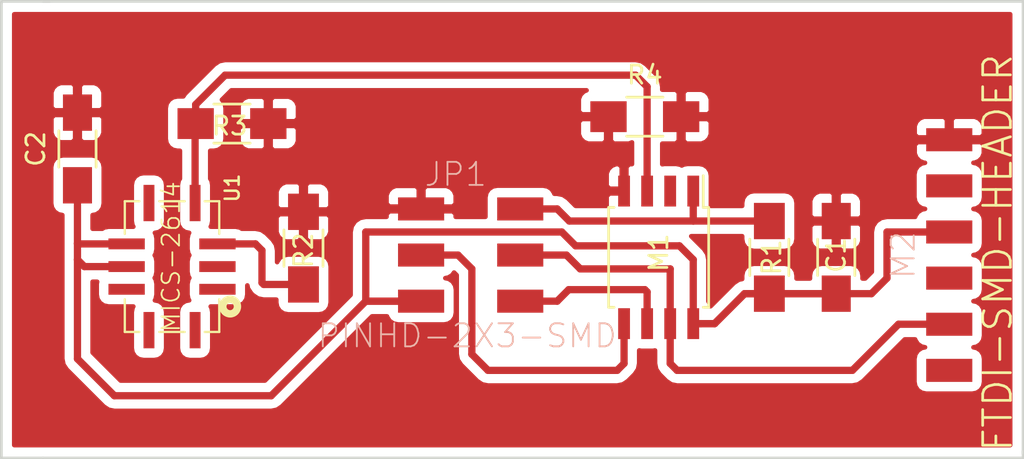
<source format=kicad_pcb>
(kicad_pcb (version 4) (host pcbnew 4.0.4-stable)

  (general
    (links 24)
    (no_connects 0)
    (area 140.640999 108.636999 197.052001 133.933001)
    (thickness 1.6)
    (drawings 8)
    (tracks 71)
    (zones 0)
    (modules 10)
    (nets 19)
  )

  (page A4)
  (layers
    (0 F.Cu signal)
    (31 B.Cu signal)
    (32 B.Adhes user)
    (33 F.Adhes user)
    (34 B.Paste user)
    (35 F.Paste user)
    (36 B.SilkS user)
    (37 F.SilkS user)
    (38 B.Mask user)
    (39 F.Mask user)
    (40 Dwgs.User user)
    (41 Cmts.User user)
    (42 Eco1.User user)
    (43 Eco2.User user)
    (44 Edge.Cuts user)
    (45 Margin user)
    (46 B.CrtYd user)
    (47 F.CrtYd user)
    (48 B.Fab user)
    (49 F.Fab user)
  )

  (setup
    (last_trace_width 0.25)
    (user_trace_width 0.3)
    (user_trace_width 0.35)
    (user_trace_width 0.4)
    (trace_clearance 0.2)
    (zone_clearance 0.508)
    (zone_45_only no)
    (trace_min 0.2)
    (segment_width 0.2)
    (edge_width 0.15)
    (via_size 0.6)
    (via_drill 0.4)
    (via_min_size 0.4)
    (via_min_drill 0.3)
    (uvia_size 0.3)
    (uvia_drill 0.1)
    (uvias_allowed no)
    (uvia_min_size 0.2)
    (uvia_min_drill 0.1)
    (pcb_text_width 0.3)
    (pcb_text_size 1.5 1.5)
    (mod_edge_width 0.15)
    (mod_text_size 1 1)
    (mod_text_width 0.15)
    (pad_size 1.524 1.524)
    (pad_drill 0.762)
    (pad_to_mask_clearance 0.2)
    (aux_axis_origin 0 0)
    (visible_elements FFFFFF7F)
    (pcbplotparams
      (layerselection 0x00030_80000001)
      (usegerberextensions false)
      (excludeedgelayer true)
      (linewidth 0.100000)
      (plotframeref false)
      (viasonmask false)
      (mode 1)
      (useauxorigin false)
      (hpglpennumber 1)
      (hpglpenspeed 20)
      (hpglpendiameter 15)
      (hpglpenoverlay 2)
      (psnegative false)
      (psa4output false)
      (plotreference true)
      (plotvalue true)
      (plotinvisibletext false)
      (padsonsilk false)
      (subtractmaskfromsilk false)
      (outputformat 1)
      (mirror false)
      (drillshape 1)
      (scaleselection 1)
      (outputdirectory ""))
  )

  (net 0 "")
  (net 1 GND)
  (net 2 /RST)
  (net 3 /MOSI)
  (net 4 /RX)
  (net 5 /VCC)
  (net 6 /MISO)
  (net 7 "Net-(M1-Pad2)")
  (net 8 /CTS)
  (net 9 /TX)
  (net 10 /RTS)
  (net 11 /SENSE)
  (net 12 "Net-(R2-Pad1)")
  (net 13 "Net-(U1-PadA)")
  (net 14 "Net-(U1-PadB)")
  (net 15 "Net-(U1-PadE)")
  (net 16 "Net-(U1-PadH)")
  (net 17 "Net-(U1-PadJ)")
  (net 18 "Net-(U1-PadK)")

  (net_class Default "This is the default net class."
    (clearance 0.2)
    (trace_width 0.25)
    (via_dia 0.6)
    (via_drill 0.4)
    (uvia_dia 0.3)
    (uvia_drill 0.1)
    (add_net /CTS)
    (add_net /MISO)
    (add_net /MOSI)
    (add_net /RST)
    (add_net /RTS)
    (add_net /RX)
    (add_net /SENSE)
    (add_net /TX)
    (add_net /VCC)
    (add_net GND)
    (add_net "Net-(M1-Pad2)")
    (add_net "Net-(R2-Pad1)")
    (add_net "Net-(U1-PadA)")
    (add_net "Net-(U1-PadB)")
    (add_net "Net-(U1-PadE)")
    (add_net "Net-(U1-PadH)")
    (add_net "Net-(U1-PadJ)")
    (add_net "Net-(U1-PadK)")
  )

  (module fab:fab-2X03SMD (layer F.Cu) (tedit 200000) (tstamp 58164FF0)
    (at 166.37 122.682)
    (path /58164B9A)
    (attr smd)
    (fp_text reference JP1 (at -0.635 -4.445) (layer B.SilkS)
      (effects (font (size 1.27 1.27) (thickness 0.1016)))
    )
    (fp_text value PINHD-2X3-SMD (at 0 4.445) (layer B.SilkS)
      (effects (font (size 1.27 1.27) (thickness 0.1016)))
    )
    (pad 1 smd rect (at -2.54 -2.54) (size 2.54 1.27) (layers F.Cu F.Paste F.Mask)
      (net 1 GND))
    (pad 2 smd rect (at 2.91846 -2.54) (size 2.54 1.27) (layers F.Cu F.Paste F.Mask)
      (net 2 /RST))
    (pad 3 smd rect (at -2.54 0) (size 2.54 1.27) (layers F.Cu F.Paste F.Mask)
      (net 3 /MOSI))
    (pad 4 smd rect (at 2.91846 0) (size 2.54 1.27) (layers F.Cu F.Paste F.Mask)
      (net 4 /RX))
    (pad 5 smd rect (at -2.54 2.54) (size 2.54 1.27) (layers F.Cu F.Paste F.Mask)
      (net 5 /VCC))
    (pad 6 smd rect (at 2.91846 2.54) (size 2.54 1.27) (layers F.Cu F.Paste F.Mask)
      (net 6 /MISO))
  )

  (module fab:fab-1X06SMD (layer F.Cu) (tedit 58170E85) (tstamp 58165006)
    (at 192.913 122.682)
    (path /58164B81)
    (attr smd)
    (fp_text reference M2 (at -2.54 0 90) (layer B.SilkS)
      (effects (font (size 1.27 1.27) (thickness 0.1016)))
    )
    (fp_text value FTDI-SMD-HEADER (at 2.667 -0.127 90) (layer F.SilkS)
      (effects (font (thickness 0.15)))
    )
    (pad 1 smd rect (at 0 -6.35) (size 2.54 1.27) (layers F.Cu F.Paste F.Mask)
      (net 1 GND))
    (pad 2 smd rect (at 0 -3.81) (size 2.54 1.27) (layers F.Cu F.Paste F.Mask)
      (net 8 /CTS))
    (pad 3 smd rect (at 0 -1.27) (size 2.54 1.27) (layers F.Cu F.Paste F.Mask)
      (net 5 /VCC))
    (pad 4 smd rect (at 0 1.27) (size 2.54 1.27) (layers F.Cu F.Paste F.Mask)
      (net 9 /TX))
    (pad 5 smd rect (at 0 3.81) (size 2.54 1.27) (layers F.Cu F.Paste F.Mask)
      (net 4 /RX))
    (pad 6 smd rect (at 0 6.35) (size 2.54 1.27) (layers F.Cu F.Paste F.Mask)
      (net 10 /RTS))
  )

  (module Housings_SOIC:SOIJ-8_5.3x5.3mm_Pitch1.27mm (layer F.Cu) (tedit 58170ECD) (tstamp 58165588)
    (at 176.911 122.809 270)
    (descr "8-Lead Plastic Small Outline (SM) - Medium, 5.28 mm Body [SOIC] (see Microchip Packaging Specification 00000049BS.pdf)")
    (tags "SOIC 1.27")
    (path /58164B27)
    (attr smd)
    (fp_text reference M1 (at -0.254 0 270) (layer F.SilkS)
      (effects (font (size 1 1) (thickness 0.15)))
    )
    (fp_text value ATTINY45SI (at 0 3.68 270) (layer F.Fab)
      (effects (font (size 1 1) (thickness 0.15)))
    )
    (fp_line (start -4.75 -2.95) (end -4.75 2.95) (layer F.CrtYd) (width 0.05))
    (fp_line (start 4.75 -2.95) (end 4.75 2.95) (layer F.CrtYd) (width 0.05))
    (fp_line (start -4.75 -2.95) (end 4.75 -2.95) (layer F.CrtYd) (width 0.05))
    (fp_line (start -4.75 2.95) (end 4.75 2.95) (layer F.CrtYd) (width 0.05))
    (fp_line (start -2.75 -2.755) (end -2.75 -2.455) (layer F.SilkS) (width 0.15))
    (fp_line (start 2.75 -2.755) (end 2.75 -2.455) (layer F.SilkS) (width 0.15))
    (fp_line (start 2.75 2.755) (end 2.75 2.455) (layer F.SilkS) (width 0.15))
    (fp_line (start -2.75 2.755) (end -2.75 2.455) (layer F.SilkS) (width 0.15))
    (fp_line (start -2.75 -2.755) (end 2.75 -2.755) (layer F.SilkS) (width 0.15))
    (fp_line (start -2.75 2.755) (end 2.75 2.755) (layer F.SilkS) (width 0.15))
    (fp_line (start -2.75 -2.455) (end -4.5 -2.455) (layer F.SilkS) (width 0.15))
    (pad 1 smd rect (at -3.65 -1.905 270) (size 1.7 0.65) (layers F.Cu F.Paste F.Mask)
      (net 2 /RST))
    (pad 2 smd rect (at -3.65 -0.635 270) (size 1.7 0.65) (layers F.Cu F.Paste F.Mask)
      (net 7 "Net-(M1-Pad2)"))
    (pad 3 smd rect (at -3.65 0.635 270) (size 1.7 0.65) (layers F.Cu F.Paste F.Mask)
      (net 11 /SENSE))
    (pad 4 smd rect (at -3.65 1.905 270) (size 1.7 0.65) (layers F.Cu F.Paste F.Mask)
      (net 1 GND))
    (pad 5 smd rect (at 3.65 1.905 270) (size 1.7 0.65) (layers F.Cu F.Paste F.Mask)
      (net 3 /MOSI))
    (pad 6 smd rect (at 3.65 0.635 270) (size 1.7 0.65) (layers F.Cu F.Paste F.Mask)
      (net 6 /MISO))
    (pad 7 smd rect (at 3.65 -0.635 270) (size 1.7 0.65) (layers F.Cu F.Paste F.Mask)
      (net 4 /RX))
    (pad 8 smd rect (at 3.65 -1.905 270) (size 1.7 0.65) (layers F.Cu F.Paste F.Mask)
      (net 5 /VCC))
    (model Housings_SOIC.3dshapes/SOIJ-8_5.3x5.3mm_Pitch1.27mm.wrl
      (at (xyz 0 0 0))
      (scale (xyz 1 1 1))
      (rotate (xyz 0 0 0))
    )
  )

  (module Capacitors_SMD:C_1206_HandSoldering (layer F.Cu) (tedit 58170EB1) (tstamp 58165723)
    (at 186.69 122.809 90)
    (descr "Capacitor SMD 1206, hand soldering")
    (tags "capacitor 1206")
    (path /58164C54)
    (attr smd)
    (fp_text reference C1 (at 0.127 0 90) (layer F.SilkS)
      (effects (font (size 1 1) (thickness 0.15)))
    )
    (fp_text value 1u (at 0 2.3 90) (layer F.Fab)
      (effects (font (size 1 1) (thickness 0.15)))
    )
    (fp_line (start -3.3 -1.15) (end 3.3 -1.15) (layer F.CrtYd) (width 0.05))
    (fp_line (start -3.3 1.15) (end 3.3 1.15) (layer F.CrtYd) (width 0.05))
    (fp_line (start -3.3 -1.15) (end -3.3 1.15) (layer F.CrtYd) (width 0.05))
    (fp_line (start 3.3 -1.15) (end 3.3 1.15) (layer F.CrtYd) (width 0.05))
    (fp_line (start 1 -1.025) (end -1 -1.025) (layer F.SilkS) (width 0.15))
    (fp_line (start -1 1.025) (end 1 1.025) (layer F.SilkS) (width 0.15))
    (pad 1 smd rect (at -2 0 90) (size 2 1.6) (layers F.Cu F.Paste F.Mask)
      (net 5 /VCC))
    (pad 2 smd rect (at 2 0 90) (size 2 1.6) (layers F.Cu F.Paste F.Mask)
      (net 1 GND))
    (model Capacitors_SMD.3dshapes/C_1206_HandSoldering.wrl
      (at (xyz 0 0 0))
      (scale (xyz 1 1 1))
      (rotate (xyz 0 0 0))
    )
  )

  (module Resistors_SMD:R_1206_HandSoldering (layer F.Cu) (tedit 58170EAF) (tstamp 58165728)
    (at 183.007 122.809 270)
    (descr "Resistor SMD 1206, hand soldering")
    (tags "resistor 1206")
    (path /58164BF9)
    (attr smd)
    (fp_text reference R1 (at 0 -0.127 270) (layer F.SilkS)
      (effects (font (size 1 1) (thickness 0.15)))
    )
    (fp_text value 10k (at 0 2.3 270) (layer F.Fab)
      (effects (font (size 1 1) (thickness 0.15)))
    )
    (fp_line (start -3.3 -1.2) (end 3.3 -1.2) (layer F.CrtYd) (width 0.05))
    (fp_line (start -3.3 1.2) (end 3.3 1.2) (layer F.CrtYd) (width 0.05))
    (fp_line (start -3.3 -1.2) (end -3.3 1.2) (layer F.CrtYd) (width 0.05))
    (fp_line (start 3.3 -1.2) (end 3.3 1.2) (layer F.CrtYd) (width 0.05))
    (fp_line (start 1 1.075) (end -1 1.075) (layer F.SilkS) (width 0.15))
    (fp_line (start -1 -1.075) (end 1 -1.075) (layer F.SilkS) (width 0.15))
    (pad 1 smd rect (at -2 0 270) (size 2 1.7) (layers F.Cu F.Paste F.Mask)
      (net 2 /RST))
    (pad 2 smd rect (at 2 0 270) (size 2 1.7) (layers F.Cu F.Paste F.Mask)
      (net 5 /VCC))
    (model Resistors_SMD.3dshapes/R_1206_HandSoldering.wrl
      (at (xyz 0 0 0))
      (scale (xyz 1 1 1))
      (rotate (xyz 0 0 0))
    )
  )

  (module Resistors_SMD:R_1206_HandSoldering (layer F.Cu) (tedit 58170EB7) (tstamp 581707B9)
    (at 157.353 122.301 90)
    (descr "Resistor SMD 1206, hand soldering")
    (tags "resistor 1206")
    (path /581708C7)
    (attr smd)
    (fp_text reference R2 (at -0.127 0 90) (layer F.SilkS)
      (effects (font (size 1 1) (thickness 0.15)))
    )
    (fp_text value 82 (at 0 2.3 90) (layer F.Fab)
      (effects (font (size 1 1) (thickness 0.15)))
    )
    (fp_line (start -3.3 -1.2) (end 3.3 -1.2) (layer F.CrtYd) (width 0.05))
    (fp_line (start -3.3 1.2) (end 3.3 1.2) (layer F.CrtYd) (width 0.05))
    (fp_line (start -3.3 -1.2) (end -3.3 1.2) (layer F.CrtYd) (width 0.05))
    (fp_line (start 3.3 -1.2) (end 3.3 1.2) (layer F.CrtYd) (width 0.05))
    (fp_line (start 1 1.075) (end -1 1.075) (layer F.SilkS) (width 0.15))
    (fp_line (start -1 -1.075) (end 1 -1.075) (layer F.SilkS) (width 0.15))
    (pad 1 smd rect (at -2 0 90) (size 2 1.7) (layers F.Cu F.Paste F.Mask)
      (net 12 "Net-(R2-Pad1)"))
    (pad 2 smd rect (at 2 0 90) (size 2 1.7) (layers F.Cu F.Paste F.Mask)
      (net 1 GND))
    (model Resistors_SMD.3dshapes/R_1206_HandSoldering.wrl
      (at (xyz 0 0 0))
      (scale (xyz 1 1 1))
      (rotate (xyz 0 0 0))
    )
  )

  (module Resistors_SMD:R_1206_HandSoldering (layer F.Cu) (tedit 58170EB9) (tstamp 581707BF)
    (at 153.416 115.443 180)
    (descr "Resistor SMD 1206, hand soldering")
    (tags "resistor 1206")
    (path /581709E1)
    (attr smd)
    (fp_text reference R3 (at 0.127 -0.127 180) (layer F.SilkS)
      (effects (font (size 1 1) (thickness 0.15)))
    )
    (fp_text value 1k (at 0 2.3 180) (layer F.Fab)
      (effects (font (size 1 1) (thickness 0.15)))
    )
    (fp_line (start -3.3 -1.2) (end 3.3 -1.2) (layer F.CrtYd) (width 0.05))
    (fp_line (start -3.3 1.2) (end 3.3 1.2) (layer F.CrtYd) (width 0.05))
    (fp_line (start -3.3 -1.2) (end -3.3 1.2) (layer F.CrtYd) (width 0.05))
    (fp_line (start 3.3 -1.2) (end 3.3 1.2) (layer F.CrtYd) (width 0.05))
    (fp_line (start 1 1.075) (end -1 1.075) (layer F.SilkS) (width 0.15))
    (fp_line (start -1 -1.075) (end 1 -1.075) (layer F.SilkS) (width 0.15))
    (pad 1 smd rect (at -2 0 180) (size 2 1.7) (layers F.Cu F.Paste F.Mask)
      (net 1 GND))
    (pad 2 smd rect (at 2 0 180) (size 2 1.7) (layers F.Cu F.Paste F.Mask)
      (net 11 /SENSE))
    (model Resistors_SMD.3dshapes/R_1206_HandSoldering.wrl
      (at (xyz 0 0 0))
      (scale (xyz 1 1 1))
      (rotate (xyz 0 0 0))
    )
  )

  (module Sensors_SMD:MICS-2614 (layer F.Cu) (tedit 58170EA2) (tstamp 581707CD)
    (at 150.114 123.317 270)
    (path /581705EF)
    (fp_text reference U1 (at -3.462 -3.77 270) (layer F.SilkS)
      (effects (font (size 0.77216 0.77216) (thickness 0.138988)) (justify left bottom))
    )
    (fp_text value MICS-2614 (at 3.683 -0.508 270) (layer F.SilkS)
      (effects (font (size 0.9652 0.9652) (thickness 0.09652)) (justify left bottom))
    )
    (fp_line (start -3.5 -2.5) (end 3.5 -2.5) (layer Dwgs.User) (width 0.127))
    (fp_line (start 3.5 -2.5) (end 3.5 2.5) (layer Dwgs.User) (width 0.127))
    (fp_line (start 3.5 2.5) (end -3.5 2.5) (layer Dwgs.User) (width 0.127))
    (fp_line (start -3.5 2.5) (end -3.5 -2.5) (layer Dwgs.User) (width 0.127))
    (fp_circle (center 2.2 -3.2) (end 2.4 -3.2) (layer F.SilkS) (width 0.4064))
    (fp_line (start -3.6 -1.8) (end -3.6 -2.6) (layer F.SilkS) (width 0.127))
    (fp_line (start -3.6 -2.6) (end -1.8 -2.6) (layer F.SilkS) (width 0.127))
    (fp_line (start 1.8 -2.6) (end 3.6 -2.6) (layer F.SilkS) (width 0.127))
    (fp_line (start 3.6 -2.6) (end 3.6 -1.8) (layer F.SilkS) (width 0.127))
    (fp_line (start 1.8 2.6) (end 3.6 2.6) (layer F.SilkS) (width 0.127))
    (fp_line (start 3.6 2.6) (end 3.6 1.8) (layer F.SilkS) (width 0.127))
    (fp_line (start -1.8 2.6) (end -3.6 2.6) (layer F.SilkS) (width 0.127))
    (fp_line (start -3.6 2.6) (end -3.6 1.8) (layer F.SilkS) (width 0.127))
    (fp_line (start -3.6 -0.7) (end -3.6 0.7) (layer F.SilkS) (width 0.127))
    (fp_line (start 3.6 -0.7) (end 3.6 0.7) (layer F.SilkS) (width 0.127))
    (pad A smd rect (at 1.25 -2.5 270) (size 0.6 2) (layers F.Cu F.Paste F.Mask)
      (net 13 "Net-(U1-PadA)"))
    (pad B smd rect (at 0 -2.5 270) (size 0.6 2) (layers F.Cu F.Paste F.Mask)
      (net 14 "Net-(U1-PadB)"))
    (pad C smd rect (at -1.25 -2.5 270) (size 0.6 2) (layers F.Cu F.Paste F.Mask)
      (net 12 "Net-(R2-Pad1)"))
    (pad D smd rect (at -3.5 -1.27) (size 0.6 2) (layers F.Cu F.Paste F.Mask)
      (net 11 /SENSE))
    (pad E smd rect (at -3.5 1.27) (size 0.6 2) (layers F.Cu F.Paste F.Mask)
      (net 15 "Net-(U1-PadE)"))
    (pad F smd rect (at -1.25 2.5 270) (size 0.6 2) (layers F.Cu F.Paste F.Mask)
      (net 5 /VCC))
    (pad G smd rect (at 0 2.5 270) (size 0.6 2) (layers F.Cu F.Paste F.Mask)
      (net 5 /VCC))
    (pad H smd rect (at 1.25 2.5 270) (size 0.6 2) (layers F.Cu F.Paste F.Mask)
      (net 16 "Net-(U1-PadH)"))
    (pad J smd rect (at 3.5 1.27) (size 0.6 2) (layers F.Cu F.Paste F.Mask)
      (net 17 "Net-(U1-PadJ)"))
    (pad K smd rect (at 3.5 -1.27) (size 0.6 2) (layers F.Cu F.Paste F.Mask)
      (net 18 "Net-(U1-PadK)"))
  )

  (module Capacitors_SMD:C_1206_HandSoldering (layer F.Cu) (tedit 541A9C03) (tstamp 581710B7)
    (at 144.907 116.84 90)
    (descr "Capacitor SMD 1206, hand soldering")
    (tags "capacitor 1206")
    (path /581713B5)
    (attr smd)
    (fp_text reference C2 (at 0 -2.3 90) (layer F.SilkS)
      (effects (font (size 1 1) (thickness 0.15)))
    )
    (fp_text value 1u (at 0 2.3 90) (layer F.Fab)
      (effects (font (size 1 1) (thickness 0.15)))
    )
    (fp_line (start -3.3 -1.15) (end 3.3 -1.15) (layer F.CrtYd) (width 0.05))
    (fp_line (start -3.3 1.15) (end 3.3 1.15) (layer F.CrtYd) (width 0.05))
    (fp_line (start -3.3 -1.15) (end -3.3 1.15) (layer F.CrtYd) (width 0.05))
    (fp_line (start 3.3 -1.15) (end 3.3 1.15) (layer F.CrtYd) (width 0.05))
    (fp_line (start 1 -1.025) (end -1 -1.025) (layer F.SilkS) (width 0.15))
    (fp_line (start -1 1.025) (end 1 1.025) (layer F.SilkS) (width 0.15))
    (pad 1 smd rect (at -2 0 90) (size 2 1.6) (layers F.Cu F.Paste F.Mask)
      (net 5 /VCC))
    (pad 2 smd rect (at 2 0 90) (size 2 1.6) (layers F.Cu F.Paste F.Mask)
      (net 1 GND))
    (model Capacitors_SMD.3dshapes/C_1206_HandSoldering.wrl
      (at (xyz 0 0 0))
      (scale (xyz 1 1 1))
      (rotate (xyz 0 0 0))
    )
  )

  (module Resistors_SMD:R_1206_HandSoldering (layer F.Cu) (tedit 5418A20D) (tstamp 5817137C)
    (at 176.149 115.062)
    (descr "Resistor SMD 1206, hand soldering")
    (tags "resistor 1206")
    (path /581717B3)
    (attr smd)
    (fp_text reference R4 (at 0 -2.3) (layer F.SilkS)
      (effects (font (size 1 1) (thickness 0.15)))
    )
    (fp_text value 0 (at 0 2.3) (layer F.Fab)
      (effects (font (size 1 1) (thickness 0.15)))
    )
    (fp_line (start -3.3 -1.2) (end 3.3 -1.2) (layer F.CrtYd) (width 0.05))
    (fp_line (start -3.3 1.2) (end 3.3 1.2) (layer F.CrtYd) (width 0.05))
    (fp_line (start -3.3 -1.2) (end -3.3 1.2) (layer F.CrtYd) (width 0.05))
    (fp_line (start 3.3 -1.2) (end 3.3 1.2) (layer F.CrtYd) (width 0.05))
    (fp_line (start 1 1.075) (end -1 1.075) (layer F.SilkS) (width 0.15))
    (fp_line (start -1 -1.075) (end 1 -1.075) (layer F.SilkS) (width 0.15))
    (pad 1 smd rect (at -2 0) (size 2 1.7) (layers F.Cu F.Paste F.Mask)
      (net 1 GND))
    (pad 2 smd rect (at 2 0) (size 2 1.7) (layers F.Cu F.Paste F.Mask)
      (net 1 GND))
    (model Resistors_SMD.3dshapes/R_1206_HandSoldering.wrl
      (at (xyz 0 0 0))
      (scale (xyz 1 1 1))
      (rotate (xyz 0 0 0))
    )
  )

  (gr_line (start 140.716 108.712) (end 143.383 108.712) (angle 90) (layer Edge.Cuts) (width 0.15))
  (gr_line (start 140.716 108.839) (end 140.716 108.712) (angle 90) (layer Edge.Cuts) (width 0.15))
  (gr_line (start 140.716 133.858) (end 140.716 108.839) (angle 90) (layer Edge.Cuts) (width 0.15))
  (gr_line (start 143.002 133.858) (end 140.716 133.858) (angle 90) (layer Edge.Cuts) (width 0.15))
  (gr_line (start 196.977 108.712) (end 196.977 133.604) (angle 90) (layer Edge.Cuts) (width 0.15))
  (gr_line (start 196.977 133.858) (end 196.977 133.477) (angle 90) (layer Edge.Cuts) (width 0.15))
  (gr_line (start 143.002 108.712) (end 196.977 108.712) (angle 90) (layer Edge.Cuts) (width 0.15))
  (gr_line (start 143.002 133.858) (end 196.977 133.858) (angle 90) (layer Edge.Cuts) (width 0.15))

  (segment (start 174.117 115.348) (end 174.276 115.189) (width 0.4) (layer F.Cu) (net 1) (tstamp 58170D27))
  (segment (start 163.671 120.301) (end 163.83 120.142) (width 0.4) (layer F.Cu) (net 1) (tstamp 58170CD0))
  (segment (start 178.816 119.159) (end 178.816 120.809) (width 0.4) (layer F.Cu) (net 2))
  (segment (start 169.28846 120.142) (end 171.323 120.142) (width 0.4) (layer F.Cu) (net 2))
  (segment (start 171.99 120.809) (end 178.816 120.809) (width 0.4) (layer F.Cu) (net 2) (tstamp 58165774))
  (segment (start 178.816 120.809) (end 183.007 120.809) (width 0.4) (layer F.Cu) (net 2) (tstamp 58165794))
  (segment (start 171.323 120.142) (end 171.99 120.809) (width 0.4) (layer F.Cu) (net 2) (tstamp 58165773))
  (segment (start 163.83 122.682) (end 165.862 122.682) (width 0.4) (layer F.Cu) (net 3))
  (segment (start 175.006 128.651) (end 175.006 126.459) (width 0.4) (layer F.Cu) (net 3) (tstamp 58165969))
  (segment (start 174.625 129.032) (end 175.006 128.651) (width 0.4) (layer F.Cu) (net 3) (tstamp 58165966))
  (segment (start 167.513 129.032) (end 174.625 129.032) (width 0.4) (layer F.Cu) (net 3) (tstamp 58165964))
  (segment (start 166.624 128.143) (end 167.513 129.032) (width 0.4) (layer F.Cu) (net 3) (tstamp 58165961))
  (segment (start 166.624 123.444) (end 166.624 128.143) (width 0.4) (layer F.Cu) (net 3) (tstamp 5816595E))
  (segment (start 165.862 122.682) (end 166.624 123.444) (width 0.4) (layer F.Cu) (net 3) (tstamp 5816595B))
  (segment (start 177.546 126.459) (end 177.546 128.651) (width 0.4) (layer F.Cu) (net 4))
  (segment (start 190.119 126.492) (end 192.913 126.492) (width 0.4) (layer F.Cu) (net 4) (tstamp 581659AB))
  (segment (start 187.579 129.032) (end 190.119 126.492) (width 0.4) (layer F.Cu) (net 4) (tstamp 581659A5))
  (segment (start 177.927 129.032) (end 187.579 129.032) (width 0.4) (layer F.Cu) (net 4) (tstamp 5816599D))
  (segment (start 177.546 128.651) (end 177.927 129.032) (width 0.4) (layer F.Cu) (net 4) (tstamp 58165999))
  (segment (start 169.28846 122.682) (end 171.831 122.682) (width 0.4) (layer F.Cu) (net 4))
  (segment (start 177.546 123.444) (end 177.546 126.459) (width 0.4) (layer F.Cu) (net 4) (tstamp 581657F5))
  (segment (start 172.593 123.444) (end 177.546 123.444) (width 0.4) (layer F.Cu) (net 4) (tstamp 581657F1))
  (segment (start 171.831 122.682) (end 172.593 123.444) (width 0.4) (layer F.Cu) (net 4) (tstamp 581657EB))
  (segment (start 144.907 122.047) (end 144.907 119.221) (width 0.4) (layer F.Cu) (net 5))
  (segment (start 144.907 119.221) (end 145.288 118.84) (width 0.4) (layer F.Cu) (net 5) (tstamp 58171392))
  (segment (start 160.782 125.222) (end 155.575 130.429) (width 0.4) (layer F.Cu) (net 5) (tstamp 581709CE))
  (segment (start 155.575 130.429) (end 146.939 130.429) (width 0.4) (layer F.Cu) (net 5) (tstamp 581709D4))
  (segment (start 146.939 130.429) (end 144.907 128.397) (width 0.4) (layer F.Cu) (net 5) (tstamp 581709D7))
  (segment (start 144.907 128.397) (end 144.907 122.936) (width 0.4) (layer F.Cu) (net 5) (tstamp 581709DA))
  (segment (start 163.83 125.222) (end 160.782 125.222) (width 0.4) (layer F.Cu) (net 5))
  (segment (start 183.007 124.809) (end 181.642 124.809) (width 0.4) (layer F.Cu) (net 5))
  (segment (start 181.642 124.809) (end 179.992 126.459) (width 0.4) (layer F.Cu) (net 5) (tstamp 581659D9))
  (segment (start 179.992 126.459) (end 178.816 126.459) (width 0.4) (layer F.Cu) (net 5) (tstamp 581659DB))
  (segment (start 178.816 126.459) (end 179.23 126.459) (width 0.4) (layer F.Cu) (net 5))
  (segment (start 183.007 124.809) (end 186.69 124.809) (width 0.4) (layer F.Cu) (net 5))
  (segment (start 179.23 126.459) (end 179.992 126.459) (width 0.4) (layer F.Cu) (net 5) (tstamp 581659CA))
  (segment (start 189.484 121.412) (end 192.913 121.412) (width 0.4) (layer F.Cu) (net 5) (tstamp 5816592B))
  (segment (start 181.642 124.809) (end 188.627 124.809) (width 0.4) (layer F.Cu) (net 5) (tstamp 58165921))
  (segment (start 188.627 124.809) (end 189.484 123.952) (width 0.4) (layer F.Cu) (net 5) (tstamp 58165925))
  (segment (start 189.484 123.952) (end 189.484 121.412) (width 0.4) (layer F.Cu) (net 5) (tstamp 58165929))
  (segment (start 179.992 126.459) (end 181.642 124.809) (width 0.4) (layer F.Cu) (net 5) (tstamp 5816591D))
  (segment (start 178.816 126.459) (end 178.816 122.936) (width 0.4) (layer F.Cu) (net 5))
  (segment (start 160.782 125.222) (end 160.782 121.412) (width 0.4) (layer F.Cu) (net 5) (tstamp 5816586D))
  (segment (start 171.577 121.412) (end 160.782 121.412) (width 0.4) (layer F.Cu) (net 5) (tstamp 58165908))
  (segment (start 172.339 122.174) (end 171.577 121.412) (width 0.4) (layer F.Cu) (net 5) (tstamp 581658FD))
  (segment (start 178.054 122.174) (end 172.339 122.174) (width 0.4) (layer F.Cu) (net 5) (tstamp 581658F6))
  (segment (start 178.816 122.936) (end 178.054 122.174) (width 0.4) (layer F.Cu) (net 5) (tstamp 581658F2))
  (segment (start 160.782 125.222) (end 163.83 125.222) (width 0.4) (layer F.Cu) (net 5))
  (segment (start 147.614 123.317) (end 145.288 123.317) (width 0.4) (layer F.Cu) (net 5))
  (segment (start 144.907 122.047) (end 144.927 122.067) (width 0.4) (layer F.Cu) (net 5) (tstamp 581709DE))
  (segment (start 145.288 123.317) (end 144.907 122.936) (width 0.4) (layer F.Cu) (net 5) (tstamp 581709E9))
  (segment (start 144.907 122.936) (end 144.907 122.047) (width 0.4) (layer F.Cu) (net 5) (tstamp 581709EC))
  (segment (start 144.927 122.067) (end 147.614 122.067) (width 0.4) (layer F.Cu) (net 5) (tstamp 581709DF))
  (segment (start 169.28846 125.222) (end 171.323 125.222) (width 0.4) (layer F.Cu) (net 6))
  (segment (start 176.276 124.714) (end 176.276 126.459) (width 0.4) (layer F.Cu) (net 6) (tstamp 581657DC))
  (segment (start 176.149 124.587) (end 176.276 124.714) (width 0.4) (layer F.Cu) (net 6) (tstamp 581657D8))
  (segment (start 171.958 124.587) (end 176.149 124.587) (width 0.4) (layer F.Cu) (net 6) (tstamp 581657C4))
  (segment (start 171.323 125.222) (end 171.958 124.587) (width 0.4) (layer F.Cu) (net 6) (tstamp 581657C2))
  (segment (start 151.384 119.817) (end 151.384 115.475) (width 0.4) (layer F.Cu) (net 11))
  (segment (start 151.416 115.443) (end 151.416 114.395) (width 0.4) (layer F.Cu) (net 11))
  (segment (start 151.416 114.395) (end 153.035 112.776) (width 0.4) (layer F.Cu) (net 11) (tstamp 58170D05))
  (segment (start 153.035 112.776) (end 175.641 112.776) (width 0.4) (layer F.Cu) (net 11) (tstamp 58170D06))
  (segment (start 175.641 112.776) (end 176.276 113.411) (width 0.4) (layer F.Cu) (net 11) (tstamp 58170D0A))
  (segment (start 176.276 113.411) (end 176.276 119.159) (width 0.4) (layer F.Cu) (net 11) (tstamp 58170D0B))
  (segment (start 151.384 115.475) (end 151.416 115.443) (width 0.4) (layer F.Cu) (net 11) (tstamp 58170CD2))
  (segment (start 151.384 115.475) (end 151.416 115.443) (width 0.4) (layer F.Cu) (net 11) (tstamp 581709B0))
  (segment (start 155.162 124.301) (end 157.353 124.301) (width 0.4) (layer F.Cu) (net 12) (tstamp 58170CCE))
  (segment (start 155.067 122.428) (end 155.067 124.206) (width 0.4) (layer F.Cu) (net 12) (tstamp 58170CCC))
  (segment (start 155.067 124.206) (end 155.162 124.301) (width 0.4) (layer F.Cu) (net 12) (tstamp 58170CCD))
  (segment (start 154.706 122.067) (end 155.067 122.428) (width 0.4) (layer F.Cu) (net 12) (tstamp 58170CCB))
  (segment (start 152.614 122.067) (end 154.706 122.067) (width 0.4) (layer F.Cu) (net 12))

  (zone (net 1) (net_name GND) (layer F.Cu) (tstamp 58171B51) (hatch edge 0.508)
    (connect_pads (clearance 0.508))
    (min_thickness 0.254)
    (fill yes (arc_segments 16) (thermal_gap 0.508) (thermal_bridge_width 0.508))
    (polygon
      (pts
        (xy 140.716 133.731) (xy 140.716 108.712) (xy 196.977 108.712) (xy 196.977 133.858) (xy 140.716 133.858)
      )
    )
    (filled_polygon
      (pts
        (xy 196.267 133.148) (xy 141.426 133.148) (xy 141.426 117.84) (xy 143.45956 117.84) (xy 143.45956 119.84)
        (xy 143.503838 120.075317) (xy 143.64291 120.291441) (xy 143.85511 120.436431) (xy 144.072 120.480352) (xy 144.072 128.397)
        (xy 144.135561 128.716541) (xy 144.146849 128.733434) (xy 144.316566 128.987434) (xy 146.348566 131.019434) (xy 146.619459 131.200439)
        (xy 146.939 131.264) (xy 155.575 131.264) (xy 155.894541 131.200439) (xy 156.165434 131.019434) (xy 161.127868 126.057)
        (xy 161.950193 126.057) (xy 161.956838 126.092317) (xy 162.09591 126.308441) (xy 162.30811 126.453431) (xy 162.56 126.50444)
        (xy 165.1 126.50444) (xy 165.335317 126.460162) (xy 165.551441 126.32109) (xy 165.696431 126.10889) (xy 165.74744 125.857)
        (xy 165.74744 124.587) (xy 165.703162 124.351683) (xy 165.56409 124.135559) (xy 165.35189 123.990569) (xy 165.163686 123.952457)
        (xy 165.335317 123.920162) (xy 165.551441 123.78109) (xy 165.644307 123.645175) (xy 165.789 123.789868) (xy 165.789 128.143)
        (xy 165.852561 128.462541) (xy 166.019551 128.712459) (xy 166.033566 128.733434) (xy 166.922566 129.622434) (xy 167.193459 129.803439)
        (xy 167.513 129.867) (xy 174.625 129.867) (xy 174.944541 129.803439) (xy 175.215434 129.622434) (xy 175.596434 129.241434)
        (xy 175.766151 128.987434) (xy 175.777439 128.970541) (xy 175.841 128.651) (xy 175.841 127.934164) (xy 175.951 127.95644)
        (xy 176.601 127.95644) (xy 176.711 127.935742) (xy 176.711 128.651) (xy 176.774561 128.970541) (xy 176.785849 128.987434)
        (xy 176.955566 129.241434) (xy 177.336566 129.622434) (xy 177.607459 129.803439) (xy 177.927 129.867) (xy 187.579 129.867)
        (xy 187.898541 129.803439) (xy 188.169434 129.622434) (xy 190.464868 127.327) (xy 191.033193 127.327) (xy 191.039838 127.362317)
        (xy 191.17891 127.578441) (xy 191.39111 127.723431) (xy 191.579314 127.761543) (xy 191.407683 127.793838) (xy 191.191559 127.93291)
        (xy 191.046569 128.14511) (xy 190.99556 128.397) (xy 190.99556 129.667) (xy 191.039838 129.902317) (xy 191.17891 130.118441)
        (xy 191.39111 130.263431) (xy 191.643 130.31444) (xy 194.183 130.31444) (xy 194.418317 130.270162) (xy 194.634441 130.13109)
        (xy 194.779431 129.91889) (xy 194.83044 129.667) (xy 194.83044 128.397) (xy 194.786162 128.161683) (xy 194.64709 127.945559)
        (xy 194.43489 127.800569) (xy 194.246686 127.762457) (xy 194.418317 127.730162) (xy 194.634441 127.59109) (xy 194.779431 127.37889)
        (xy 194.83044 127.127) (xy 194.83044 125.857) (xy 194.786162 125.621683) (xy 194.64709 125.405559) (xy 194.43489 125.260569)
        (xy 194.246686 125.222457) (xy 194.418317 125.190162) (xy 194.634441 125.05109) (xy 194.779431 124.83889) (xy 194.83044 124.587)
        (xy 194.83044 123.317) (xy 194.786162 123.081683) (xy 194.64709 122.865559) (xy 194.43489 122.720569) (xy 194.246686 122.682457)
        (xy 194.418317 122.650162) (xy 194.634441 122.51109) (xy 194.779431 122.29889) (xy 194.83044 122.047) (xy 194.83044 120.777)
        (xy 194.786162 120.541683) (xy 194.64709 120.325559) (xy 194.43489 120.180569) (xy 194.246686 120.142457) (xy 194.418317 120.110162)
        (xy 194.634441 119.97109) (xy 194.779431 119.75889) (xy 194.83044 119.507) (xy 194.83044 118.237) (xy 194.786162 118.001683)
        (xy 194.64709 117.785559) (xy 194.43489 117.640569) (xy 194.244431 117.602) (xy 194.309309 117.602) (xy 194.542698 117.505327)
        (xy 194.721327 117.326699) (xy 194.818 117.09331) (xy 194.818 116.61775) (xy 194.65925 116.459) (xy 193.04 116.459)
        (xy 193.04 116.479) (xy 192.786 116.479) (xy 192.786 116.459) (xy 191.16675 116.459) (xy 191.008 116.61775)
        (xy 191.008 117.09331) (xy 191.104673 117.326699) (xy 191.283302 117.505327) (xy 191.516691 117.602) (xy 191.576887 117.602)
        (xy 191.407683 117.633838) (xy 191.191559 117.77291) (xy 191.046569 117.98511) (xy 190.99556 118.237) (xy 190.99556 119.507)
        (xy 191.039838 119.742317) (xy 191.17891 119.958441) (xy 191.39111 120.103431) (xy 191.579314 120.141543) (xy 191.407683 120.173838)
        (xy 191.191559 120.31291) (xy 191.046569 120.52511) (xy 191.036061 120.577) (xy 189.484 120.577) (xy 189.164459 120.640561)
        (xy 188.893566 120.821566) (xy 188.712561 121.092459) (xy 188.649 121.412) (xy 188.649 123.606132) (xy 188.281132 123.974)
        (xy 188.13744 123.974) (xy 188.13744 123.809) (xy 188.093162 123.573683) (xy 187.95409 123.357559) (xy 187.74189 123.212569)
        (xy 187.49 123.16156) (xy 185.89 123.16156) (xy 185.654683 123.205838) (xy 185.438559 123.34491) (xy 185.293569 123.55711)
        (xy 185.24256 123.809) (xy 185.24256 123.974) (xy 184.50444 123.974) (xy 184.50444 123.809) (xy 184.460162 123.573683)
        (xy 184.32109 123.357559) (xy 184.10889 123.212569) (xy 183.857 123.16156) (xy 182.157 123.16156) (xy 181.921683 123.205838)
        (xy 181.705559 123.34491) (xy 181.560569 123.55711) (xy 181.50956 123.809) (xy 181.50956 124.000344) (xy 181.322459 124.037561)
        (xy 181.175795 124.135559) (xy 181.051566 124.218566) (xy 179.768279 125.501853) (xy 179.744162 125.373683) (xy 179.651 125.228905)
        (xy 179.651 122.936) (xy 179.640259 122.882) (xy 179.58744 122.61646) (xy 179.406434 122.345566) (xy 178.704868 121.644)
        (xy 181.50956 121.644) (xy 181.50956 121.809) (xy 181.553838 122.044317) (xy 181.69291 122.260441) (xy 181.90511 122.405431)
        (xy 182.157 122.45644) (xy 183.857 122.45644) (xy 184.092317 122.412162) (xy 184.308441 122.27309) (xy 184.453431 122.06089)
        (xy 184.50444 121.809) (xy 184.50444 121.09475) (xy 185.255 121.09475) (xy 185.255 121.935309) (xy 185.351673 122.168698)
        (xy 185.530301 122.347327) (xy 185.76369 122.444) (xy 186.40425 122.444) (xy 186.563 122.28525) (xy 186.563 120.936)
        (xy 186.817 120.936) (xy 186.817 122.28525) (xy 186.97575 122.444) (xy 187.61631 122.444) (xy 187.849699 122.347327)
        (xy 188.028327 122.168698) (xy 188.125 121.935309) (xy 188.125 121.09475) (xy 187.96625 120.936) (xy 186.817 120.936)
        (xy 186.563 120.936) (xy 185.41375 120.936) (xy 185.255 121.09475) (xy 184.50444 121.09475) (xy 184.50444 119.809)
        (xy 184.480674 119.682691) (xy 185.255 119.682691) (xy 185.255 120.52325) (xy 185.41375 120.682) (xy 186.563 120.682)
        (xy 186.563 119.33275) (xy 186.817 119.33275) (xy 186.817 120.682) (xy 187.96625 120.682) (xy 188.125 120.52325)
        (xy 188.125 119.682691) (xy 188.028327 119.449302) (xy 187.849699 119.270673) (xy 187.61631 119.174) (xy 186.97575 119.174)
        (xy 186.817 119.33275) (xy 186.563 119.33275) (xy 186.40425 119.174) (xy 185.76369 119.174) (xy 185.530301 119.270673)
        (xy 185.351673 119.449302) (xy 185.255 119.682691) (xy 184.480674 119.682691) (xy 184.460162 119.573683) (xy 184.32109 119.357559)
        (xy 184.10889 119.212569) (xy 183.857 119.16156) (xy 182.157 119.16156) (xy 181.921683 119.205838) (xy 181.705559 119.34491)
        (xy 181.560569 119.55711) (xy 181.50956 119.809) (xy 181.50956 119.974) (xy 179.78844 119.974) (xy 179.78844 118.309)
        (xy 179.744162 118.073683) (xy 179.60509 117.857559) (xy 179.39289 117.712569) (xy 179.141 117.66156) (xy 178.491 117.66156)
        (xy 178.255683 117.705838) (xy 178.182222 117.753109) (xy 178.12289 117.712569) (xy 177.871 117.66156) (xy 177.221 117.66156)
        (xy 177.111 117.682258) (xy 177.111 116.547) (xy 177.86325 116.547) (xy 178.022 116.38825) (xy 178.022 115.189)
        (xy 178.276 115.189) (xy 178.276 116.38825) (xy 178.43475 116.547) (xy 179.275309 116.547) (xy 179.508698 116.450327)
        (xy 179.687327 116.271699) (xy 179.784 116.03831) (xy 179.784 115.57069) (xy 191.008 115.57069) (xy 191.008 116.04625)
        (xy 191.16675 116.205) (xy 192.786 116.205) (xy 192.786 115.22075) (xy 193.04 115.22075) (xy 193.04 116.205)
        (xy 194.65925 116.205) (xy 194.818 116.04625) (xy 194.818 115.57069) (xy 194.721327 115.337301) (xy 194.542698 115.158673)
        (xy 194.309309 115.062) (xy 193.19875 115.062) (xy 193.04 115.22075) (xy 192.786 115.22075) (xy 192.62725 115.062)
        (xy 191.516691 115.062) (xy 191.283302 115.158673) (xy 191.104673 115.337301) (xy 191.008 115.57069) (xy 179.784 115.57069)
        (xy 179.784 115.34775) (xy 179.62525 115.189) (xy 178.276 115.189) (xy 178.022 115.189) (xy 178.002 115.189)
        (xy 178.002 114.935) (xy 178.022 114.935) (xy 178.022 113.73575) (xy 178.276 113.73575) (xy 178.276 114.935)
        (xy 179.62525 114.935) (xy 179.784 114.77625) (xy 179.784 114.08569) (xy 179.687327 113.852301) (xy 179.508698 113.673673)
        (xy 179.275309 113.577) (xy 178.43475 113.577) (xy 178.276 113.73575) (xy 178.022 113.73575) (xy 177.86325 113.577)
        (xy 177.111 113.577) (xy 177.111 113.411) (xy 177.101601 113.36375) (xy 177.04744 113.09146) (xy 176.866434 112.820566)
        (xy 176.231434 112.185566) (xy 175.960541 112.004561) (xy 175.641 111.941) (xy 153.035 111.941) (xy 152.71546 112.00456)
        (xy 152.444566 112.185566) (xy 150.825566 113.804566) (xy 150.731357 113.94556) (xy 150.416 113.94556) (xy 150.180683 113.989838)
        (xy 149.964559 114.12891) (xy 149.819569 114.34111) (xy 149.76856 114.593) (xy 149.76856 116.293) (xy 149.812838 116.528317)
        (xy 149.95191 116.744441) (xy 150.16411 116.889431) (xy 150.416 116.94044) (xy 150.549 116.94044) (xy 150.549 118.475203)
        (xy 150.487569 118.56511) (xy 150.43656 118.817) (xy 150.43656 120.817) (xy 150.480838 121.052317) (xy 150.61991 121.268441)
        (xy 150.83211 121.413431) (xy 151.056057 121.458781) (xy 151.017569 121.51511) (xy 150.96656 121.767) (xy 150.96656 122.367)
        (xy 151.010838 122.602317) (xy 151.068051 122.691228) (xy 151.017569 122.76511) (xy 150.96656 123.017) (xy 150.96656 123.617)
        (xy 151.010838 123.852317) (xy 151.068051 123.941228) (xy 151.017569 124.01511) (xy 150.96656 124.267) (xy 150.96656 124.867)
        (xy 151.010838 125.102317) (xy 151.057336 125.174577) (xy 150.848683 125.213838) (xy 150.632559 125.35291) (xy 150.487569 125.56511)
        (xy 150.43656 125.817) (xy 150.43656 127.817) (xy 150.480838 128.052317) (xy 150.61991 128.268441) (xy 150.83211 128.413431)
        (xy 151.084 128.46444) (xy 151.684 128.46444) (xy 151.919317 128.420162) (xy 152.135441 128.28109) (xy 152.280431 128.06889)
        (xy 152.33144 127.817) (xy 152.33144 125.817) (xy 152.287162 125.581683) (xy 152.243892 125.51444) (xy 153.614 125.51444)
        (xy 153.849317 125.470162) (xy 154.065441 125.33109) (xy 154.210431 125.11889) (xy 154.26144 124.867) (xy 154.26144 124.354004)
        (xy 154.295561 124.525541) (xy 154.427792 124.723439) (xy 154.476566 124.796434) (xy 154.571566 124.891434) (xy 154.842459 125.072439)
        (xy 155.162 125.136) (xy 155.85556 125.136) (xy 155.85556 125.301) (xy 155.899838 125.536317) (xy 156.03891 125.752441)
        (xy 156.25111 125.897431) (xy 156.503 125.94844) (xy 158.203 125.94844) (xy 158.438317 125.904162) (xy 158.654441 125.76509)
        (xy 158.799431 125.55289) (xy 158.85044 125.301) (xy 158.85044 123.301) (xy 158.806162 123.065683) (xy 158.66709 122.849559)
        (xy 158.45489 122.704569) (xy 158.203 122.65356) (xy 156.503 122.65356) (xy 156.267683 122.697838) (xy 156.051559 122.83691)
        (xy 155.906569 123.04911) (xy 155.902 123.071672) (xy 155.902 122.428) (xy 155.838439 122.108459) (xy 155.657434 121.837566)
        (xy 155.296434 121.476566) (xy 155.247453 121.443838) (xy 155.025541 121.295561) (xy 154.706 121.232) (xy 153.955797 121.232)
        (xy 153.86589 121.170569) (xy 153.614 121.11956) (xy 152.24581 121.11956) (xy 152.280431 121.06889) (xy 152.33144 120.817)
        (xy 152.33144 120.58675) (xy 155.868 120.58675) (xy 155.868 121.427309) (xy 155.964673 121.660698) (xy 156.143301 121.839327)
        (xy 156.37669 121.936) (xy 157.06725 121.936) (xy 157.226 121.77725) (xy 157.226 120.428) (xy 157.48 120.428)
        (xy 157.48 121.77725) (xy 157.63875 121.936) (xy 158.32931 121.936) (xy 158.562699 121.839327) (xy 158.741327 121.660698)
        (xy 158.838 121.427309) (xy 158.838 120.58675) (xy 158.67925 120.428) (xy 157.48 120.428) (xy 157.226 120.428)
        (xy 156.02675 120.428) (xy 155.868 120.58675) (xy 152.33144 120.58675) (xy 152.33144 119.174691) (xy 155.868 119.174691)
        (xy 155.868 120.01525) (xy 156.02675 120.174) (xy 157.226 120.174) (xy 157.226 118.82475) (xy 157.48 118.82475)
        (xy 157.48 120.174) (xy 158.67925 120.174) (xy 158.838 120.01525) (xy 158.838 119.38069) (xy 161.925 119.38069)
        (xy 161.925 119.85625) (xy 162.08375 120.015) (xy 163.703 120.015) (xy 163.703 119.03075) (xy 163.957 119.03075)
        (xy 163.957 120.015) (xy 165.57625 120.015) (xy 165.735 119.85625) (xy 165.735 119.38069) (xy 165.638327 119.147301)
        (xy 165.459698 118.968673) (xy 165.226309 118.872) (xy 164.11575 118.872) (xy 163.957 119.03075) (xy 163.703 119.03075)
        (xy 163.54425 118.872) (xy 162.433691 118.872) (xy 162.200302 118.968673) (xy 162.021673 119.147301) (xy 161.925 119.38069)
        (xy 158.838 119.38069) (xy 158.838 119.174691) (xy 158.741327 118.941302) (xy 158.562699 118.762673) (xy 158.32931 118.666)
        (xy 157.63875 118.666) (xy 157.48 118.82475) (xy 157.226 118.82475) (xy 157.06725 118.666) (xy 156.37669 118.666)
        (xy 156.143301 118.762673) (xy 155.964673 118.941302) (xy 155.868 119.174691) (xy 152.33144 119.174691) (xy 152.33144 118.817)
        (xy 152.287162 118.581683) (xy 152.219 118.475756) (xy 152.219 118.182691) (xy 174.046 118.182691) (xy 174.046 118.87325)
        (xy 174.20475 119.032) (xy 174.879 119.032) (xy 174.879 117.83275) (xy 174.72025 117.674) (xy 174.55469 117.674)
        (xy 174.321301 117.770673) (xy 174.142673 117.949302) (xy 174.046 118.182691) (xy 152.219 118.182691) (xy 152.219 116.94044)
        (xy 152.416 116.94044) (xy 152.651317 116.896162) (xy 152.867441 116.75709) (xy 153.012431 116.54489) (xy 153.06344 116.293)
        (xy 153.06344 115.72875) (xy 153.781 115.72875) (xy 153.781 116.41931) (xy 153.877673 116.652699) (xy 154.056302 116.831327)
        (xy 154.289691 116.928) (xy 155.13025 116.928) (xy 155.289 116.76925) (xy 155.289 115.57) (xy 155.543 115.57)
        (xy 155.543 116.76925) (xy 155.70175 116.928) (xy 156.542309 116.928) (xy 156.775698 116.831327) (xy 156.954327 116.652699)
        (xy 157.051 116.41931) (xy 157.051 115.72875) (xy 156.89225 115.57) (xy 155.543 115.57) (xy 155.289 115.57)
        (xy 153.93975 115.57) (xy 153.781 115.72875) (xy 153.06344 115.72875) (xy 153.06344 115.34775) (xy 172.514 115.34775)
        (xy 172.514 116.03831) (xy 172.610673 116.271699) (xy 172.789302 116.450327) (xy 173.022691 116.547) (xy 173.86325 116.547)
        (xy 174.022 116.38825) (xy 174.022 115.189) (xy 172.67275 115.189) (xy 172.514 115.34775) (xy 153.06344 115.34775)
        (xy 153.06344 114.593) (xy 153.039674 114.46669) (xy 153.781 114.46669) (xy 153.781 115.15725) (xy 153.93975 115.316)
        (xy 155.289 115.316) (xy 155.289 114.11675) (xy 155.543 114.11675) (xy 155.543 115.316) (xy 156.89225 115.316)
        (xy 157.051 115.15725) (xy 157.051 114.46669) (xy 156.954327 114.233301) (xy 156.775698 114.054673) (xy 156.542309 113.958)
        (xy 155.70175 113.958) (xy 155.543 114.11675) (xy 155.289 114.11675) (xy 155.13025 113.958) (xy 154.289691 113.958)
        (xy 154.056302 114.054673) (xy 153.877673 114.233301) (xy 153.781 114.46669) (xy 153.039674 114.46669) (xy 153.019162 114.357683)
        (xy 152.88009 114.141559) (xy 152.862398 114.12947) (xy 153.380868 113.611) (xy 172.940608 113.611) (xy 172.789302 113.673673)
        (xy 172.610673 113.852301) (xy 172.514 114.08569) (xy 172.514 114.77625) (xy 172.67275 114.935) (xy 174.022 114.935)
        (xy 174.022 114.915) (xy 174.276 114.915) (xy 174.276 114.935) (xy 174.296 114.935) (xy 174.296 115.189)
        (xy 174.276 115.189) (xy 174.276 116.38825) (xy 174.43475 116.547) (xy 175.275309 116.547) (xy 175.441 116.478368)
        (xy 175.441 117.674) (xy 175.29175 117.674) (xy 175.133 117.83275) (xy 175.133 119.032) (xy 175.153 119.032)
        (xy 175.153 119.286) (xy 175.133 119.286) (xy 175.133 119.306) (xy 174.879 119.306) (xy 174.879 119.286)
        (xy 174.20475 119.286) (xy 174.046 119.44475) (xy 174.046 119.974) (xy 172.335868 119.974) (xy 171.913434 119.551566)
        (xy 171.760385 119.449302) (xy 171.642541 119.370561) (xy 171.323 119.307) (xy 171.168267 119.307) (xy 171.161622 119.271683)
        (xy 171.02255 119.055559) (xy 170.81035 118.910569) (xy 170.55846 118.85956) (xy 168.01846 118.85956) (xy 167.783143 118.903838)
        (xy 167.567019 119.04291) (xy 167.422029 119.25511) (xy 167.37102 119.507) (xy 167.37102 120.577) (xy 165.735 120.577)
        (xy 165.735 120.42775) (xy 165.57625 120.269) (xy 163.957 120.269) (xy 163.957 120.289) (xy 163.703 120.289)
        (xy 163.703 120.269) (xy 162.08375 120.269) (xy 161.925 120.42775) (xy 161.925 120.577) (xy 160.782 120.577)
        (xy 160.462459 120.640561) (xy 160.191566 120.821566) (xy 160.010561 121.092459) (xy 159.947 121.412) (xy 159.947 124.876132)
        (xy 155.229132 129.594) (xy 147.284868 129.594) (xy 145.742 128.051132) (xy 145.742 124.152) (xy 145.989848 124.152)
        (xy 145.96656 124.267) (xy 145.96656 124.867) (xy 146.010838 125.102317) (xy 146.14991 125.318441) (xy 146.36211 125.463431)
        (xy 146.614 125.51444) (xy 147.98219 125.51444) (xy 147.947569 125.56511) (xy 147.89656 125.817) (xy 147.89656 127.817)
        (xy 147.940838 128.052317) (xy 148.07991 128.268441) (xy 148.29211 128.413431) (xy 148.544 128.46444) (xy 149.144 128.46444)
        (xy 149.379317 128.420162) (xy 149.595441 128.28109) (xy 149.740431 128.06889) (xy 149.79144 127.817) (xy 149.79144 125.817)
        (xy 149.747162 125.581683) (xy 149.60809 125.365559) (xy 149.39589 125.220569) (xy 149.171943 125.175219) (xy 149.210431 125.11889)
        (xy 149.26144 124.867) (xy 149.26144 124.267) (xy 149.217162 124.031683) (xy 149.159949 123.942772) (xy 149.210431 123.86889)
        (xy 149.26144 123.617) (xy 149.26144 123.017) (xy 149.217162 122.781683) (xy 149.159949 122.692772) (xy 149.210431 122.61889)
        (xy 149.26144 122.367) (xy 149.26144 121.767) (xy 149.217162 121.531683) (xy 149.170664 121.459423) (xy 149.379317 121.420162)
        (xy 149.595441 121.28109) (xy 149.740431 121.06889) (xy 149.79144 120.817) (xy 149.79144 118.817) (xy 149.747162 118.581683)
        (xy 149.60809 118.365559) (xy 149.39589 118.220569) (xy 149.144 118.16956) (xy 148.544 118.16956) (xy 148.308683 118.213838)
        (xy 148.092559 118.35291) (xy 147.947569 118.56511) (xy 147.89656 118.817) (xy 147.89656 120.817) (xy 147.940838 121.052317)
        (xy 147.984108 121.11956) (xy 146.614 121.11956) (xy 146.378683 121.163838) (xy 146.272756 121.232) (xy 145.742 121.232)
        (xy 145.742 120.480854) (xy 145.942317 120.443162) (xy 146.158441 120.30409) (xy 146.303431 120.09189) (xy 146.35444 119.84)
        (xy 146.35444 117.84) (xy 146.310162 117.604683) (xy 146.17109 117.388559) (xy 145.95889 117.243569) (xy 145.707 117.19256)
        (xy 144.107 117.19256) (xy 143.871683 117.236838) (xy 143.655559 117.37591) (xy 143.510569 117.58811) (xy 143.45956 117.84)
        (xy 141.426 117.84) (xy 141.426 115.12575) (xy 143.472 115.12575) (xy 143.472 115.966309) (xy 143.568673 116.199698)
        (xy 143.747301 116.378327) (xy 143.98069 116.475) (xy 144.62125 116.475) (xy 144.78 116.31625) (xy 144.78 114.967)
        (xy 145.034 114.967) (xy 145.034 116.31625) (xy 145.19275 116.475) (xy 145.83331 116.475) (xy 146.066699 116.378327)
        (xy 146.245327 116.199698) (xy 146.342 115.966309) (xy 146.342 115.12575) (xy 146.18325 114.967) (xy 145.034 114.967)
        (xy 144.78 114.967) (xy 143.63075 114.967) (xy 143.472 115.12575) (xy 141.426 115.12575) (xy 141.426 113.713691)
        (xy 143.472 113.713691) (xy 143.472 114.55425) (xy 143.63075 114.713) (xy 144.78 114.713) (xy 144.78 113.36375)
        (xy 145.034 113.36375) (xy 145.034 114.713) (xy 146.18325 114.713) (xy 146.342 114.55425) (xy 146.342 113.713691)
        (xy 146.245327 113.480302) (xy 146.066699 113.301673) (xy 145.83331 113.205) (xy 145.19275 113.205) (xy 145.034 113.36375)
        (xy 144.78 113.36375) (xy 144.62125 113.205) (xy 143.98069 113.205) (xy 143.747301 113.301673) (xy 143.568673 113.480302)
        (xy 143.472 113.713691) (xy 141.426 113.713691) (xy 141.426 109.422) (xy 196.267 109.422)
      )
    )
  )
)

</source>
